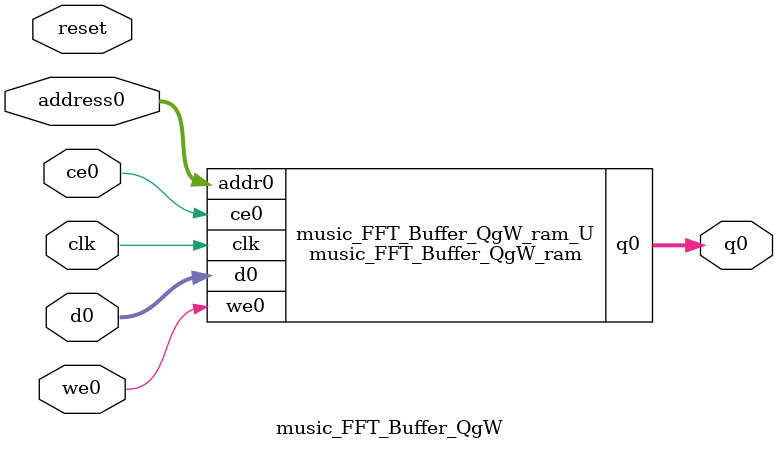
<source format=v>
`timescale 1 ns / 1 ps
module music_FFT_Buffer_QgW_ram (addr0, ce0, d0, we0, q0,  clk);

parameter DWIDTH = 32;
parameter AWIDTH = 10;
parameter MEM_SIZE = 1024;

input[AWIDTH-1:0] addr0;
input ce0;
input[DWIDTH-1:0] d0;
input we0;
output reg[DWIDTH-1:0] q0;
input clk;

(* ram_style = "block" *)reg [DWIDTH-1:0] ram[0:MEM_SIZE-1];




always @(posedge clk)  
begin 
    if (ce0) 
    begin
        if (we0) 
        begin 
            ram[addr0] <= d0; 
        end 
        q0 <= ram[addr0];
    end
end


endmodule

`timescale 1 ns / 1 ps
module music_FFT_Buffer_QgW(
    reset,
    clk,
    address0,
    ce0,
    we0,
    d0,
    q0);

parameter DataWidth = 32'd32;
parameter AddressRange = 32'd1024;
parameter AddressWidth = 32'd10;
input reset;
input clk;
input[AddressWidth - 1:0] address0;
input ce0;
input we0;
input[DataWidth - 1:0] d0;
output[DataWidth - 1:0] q0;



music_FFT_Buffer_QgW_ram music_FFT_Buffer_QgW_ram_U(
    .clk( clk ),
    .addr0( address0 ),
    .ce0( ce0 ),
    .we0( we0 ),
    .d0( d0 ),
    .q0( q0 ));

endmodule


</source>
